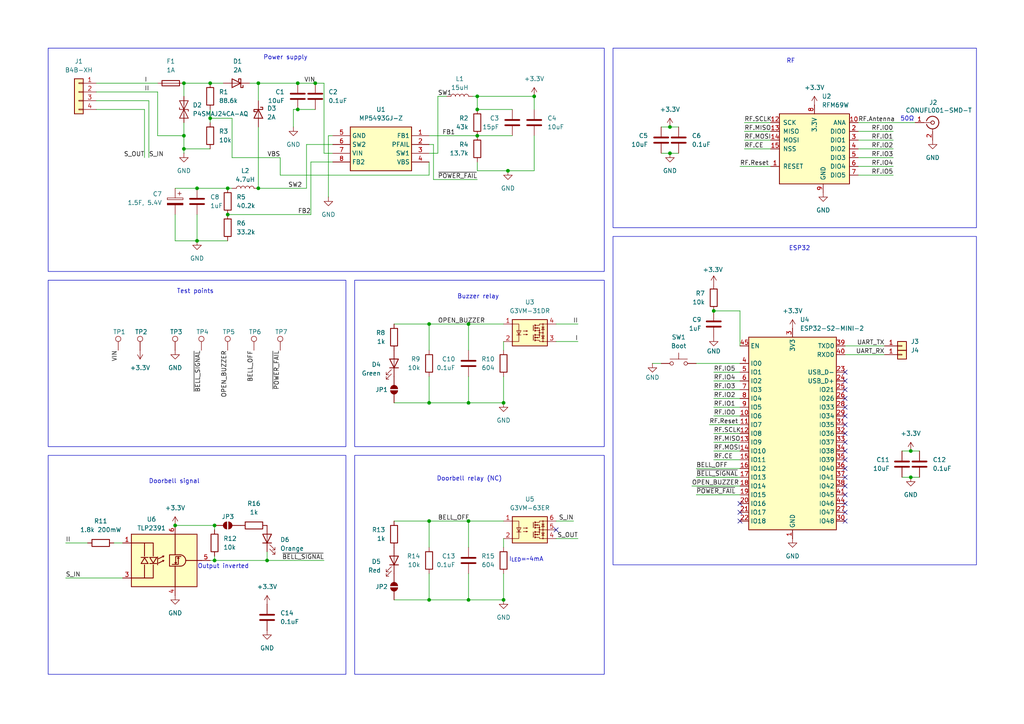
<source format=kicad_sch>
(kicad_sch (version 20250114) (generator "eeschema") (generator_version "9.0")
  (paper "A4")
  (title_block (title "Smart STR HT2001 doorbell for integration with Homeassistant") (date "2025-11-17") (rev "${Revision}") (comment 2 "and to activate the door buzzer via Homeassistant or a 433MHz custom remote") (comment 3 "Features the option to mute the bell, notify upon a ring"))
  (rectangle (start 102.87 81.28) (end 175.26 129.54))
  (rectangle (start 177.8 68.58) (end 283.21 163.83))
  (rectangle (start 177.8 13.97) (end 283.21 66.04))
  (rectangle (start 13.97 132.08) (end 100.33 195.58))
  (rectangle (start 13.97 81.28) (end 100.33 129.54))
  (rectangle (start 102.87 132.08) (end 175.26 195.58))
  (rectangle (start 13.97 13.97) (end 175.26 78.74))
  (text "Test points" (at 56.642 84.582 0) (effects (font (size 1.27 1.27))))
  (text "ESP32" (at 231.902 72.136 0) (effects (font (size 1.27 1.27))))
  (text "Doorbell signal" (at 50.546 139.7 0) (effects (font (size 1.27 1.27))))
  (text "I_{LED}=~4mA" (at 152.654 162.306 0) (effects (font (size 1.27 1.27))))
  (text "Buzzer relay" (at 138.684 86.106 0) (effects (font (size 1.27 1.27))))
  (text "Doorbell relay (NC)" (at 136.144 138.938 0) (effects (font (size 1.27 1.27))))
  (text "Output inverted" (at 64.77 164.338 0) (effects (font (size 1.27 1.27))))
  (text "Power supply" (at 82.804 16.764 0) (effects (font (size 1.27 1.27))))
  (text "RF" (at 229.362 17.78 0) (effects (font (size 1.27 1.27))))
  (text "50Ω" (at 263.144 34.544 0) (effects (font (size 1.27 1.27))))
  (junction (at 135.89 173.99))
  (junction (at 138.43 31.75))
  (junction (at 207.01 90.17))
  (junction (at 124.46 93.98))
  (junction (at 135.89 93.98))
  (junction (at 124.46 151.13))
  (junction (at 124.46 116.84))
  (junction (at 124.46 173.99))
  (junction (at 66.04 62.23))
  (junction (at 86.36 24.13))
  (junction (at 74.93 54.61))
  (junction (at 147.32 49.53))
  (junction (at 77.47 162.56))
  (junction (at 135.89 116.84))
  (junction (at 53.34 43.18))
  (junction (at 53.34 39.37))
  (junction (at 194.31 44.45))
  (junction (at 60.96 34.29))
  (junction (at 91.44 24.13))
  (junction (at 86.36 31.75))
  (junction (at 264.16 138.43))
  (junction (at 74.93 24.13))
  (junction (at 264.16 130.81))
  (junction (at 62.23 152.4))
  (junction (at 138.43 27.94))
  (junction (at 57.15 54.61))
  (junction (at 62.23 162.56))
  (junction (at 50.8 152.4))
  (junction (at 194.31 36.83))
  (junction (at 138.43 39.37))
  (junction (at 146.05 173.99))
  (junction (at 154.94 27.94))
  (junction (at 60.96 24.13))
  (junction (at 66.04 54.61))
  (junction (at 57.15 69.85))
  (junction (at 135.89 151.13))
  (junction (at 146.05 116.84))
  (junction (at 53.34 24.13))
  (no_connect (at 245.11 143.51))
  (no_connect (at 245.11 113.03))
  (no_connect (at 245.11 128.27))
  (no_connect (at 245.11 138.43))
  (no_connect (at 214.63 148.59))
  (no_connect (at 245.11 133.35))
  (no_connect (at 245.11 140.97))
  (no_connect (at 245.11 151.13))
  (no_connect (at 245.11 110.49))
  (no_connect (at 161.29 153.67))
  (no_connect (at 245.11 125.73))
  (no_connect (at 245.11 118.11))
  (no_connect (at 245.11 130.81))
  (no_connect (at 214.63 146.05))
  (no_connect (at 245.11 115.57))
  (no_connect (at 245.11 135.89))
  (no_connect (at 245.11 123.19))
  (no_connect (at 245.11 148.59))
  (no_connect (at 245.11 120.65))
  (no_connect (at 245.11 146.05))
  (no_connect (at 214.63 151.13))
  (no_connect (at 245.11 107.95))
  (wire (pts (xy 138.43 39.37) (xy 148.59 39.37)))
  (wire (pts (xy 60.96 31.75) (xy 60.96 34.29)))
  (wire (pts (xy 245.11 102.87) (xy 256.54 102.87)))
  (wire (pts (xy 62.23 152.4) (xy 50.8 152.4)))
  (wire (pts (xy 53.34 24.13) (xy 60.96 24.13)))
  (wire (pts (xy 194.31 44.45) (xy 196.85 44.45)))
  (wire (pts (xy 154.94 49.53) (xy 147.32 49.53)))
  (wire (pts (xy 264.16 138.43) (xy 266.7 138.43)))
  (wire (pts (xy 207.01 130.81) (xy 214.63 130.81)))
  (wire (pts (xy 114.3 116.84) (xy 124.46 116.84)))
  (wire (pts (xy 191.77 36.83) (xy 194.31 36.83)))
  (wire (pts (xy 215.9 40.64) (xy 223.52 40.64)))
  (wire (pts (xy 135.89 158.75) (xy 135.89 151.13)))
  (wire (pts (xy 33.02 157.48) (xy 35.56 157.48)))
  (wire (pts (xy 19.05 157.48) (xy 25.4 157.48)))
  (wire (pts (xy 248.92 48.26) (xy 259.08 48.26)))
  (wire (pts (xy 74.93 36.83) (xy 74.93 54.61)))
  (wire (pts (xy 207.01 125.73) (xy 214.63 125.73)))
  (wire (pts (xy 264.16 138.43) (xy 261.62 138.43)))
  (wire (pts (xy 124.46 116.84) (xy 135.89 116.84)))
  (wire (pts (xy 50.8 69.85) (xy 57.15 69.85)))
  (wire (pts (xy 135.89 93.98) (xy 146.05 93.98)))
  (wire (pts (xy 207.01 115.57) (xy 214.63 115.57)))
  (wire (pts (xy 81.28 45.72) (xy 81.28 50.8)))
  (wire (pts (xy 146.05 99.06) (xy 146.05 101.6)))
  (wire (pts (xy 50.8 62.23) (xy 50.8 69.85)))
  (wire (pts (xy 124.46 166.37) (xy 124.46 173.99)))
  (wire (pts (xy 53.34 39.37) (xy 53.34 43.18)))
  (wire (pts (xy 50.8 54.61) (xy 57.15 54.61)))
  (wire (pts (xy 201.93 105.41) (xy 214.63 105.41)))
  (wire (pts (xy 215.9 43.18) (xy 223.52 43.18)))
  (wire (pts (xy 125.73 41.91) (xy 125.73 52.07)))
  (wire (pts (xy 86.36 24.13) (xy 91.44 24.13)))
  (wire (pts (xy 124.46 44.45) (xy 127 44.45)))
  (wire (pts (xy 248.92 35.56) (xy 265.43 35.56)))
  (wire (pts (xy 74.93 24.13) (xy 74.93 29.21)))
  (wire (pts (xy 124.46 93.98) (xy 124.46 101.6)))
  (wire (pts (xy 53.34 43.18) (xy 60.96 43.18)))
  (wire (pts (xy 62.23 162.56) (xy 77.47 162.56)))
  (wire (pts (xy 96.52 39.37) (xy 95.25 39.37)))
  (wire (pts (xy 74.93 24.13) (xy 86.36 24.13)))
  (wire (pts (xy 201.93 143.51) (xy 214.63 143.51)))
  (wire (pts (xy 43.18 29.21) (xy 43.18 45.72)))
  (wire (pts (xy 194.31 36.83) (xy 196.85 36.83)))
  (wire (pts (xy 27.94 24.13) (xy 45.72 24.13)))
  (wire (pts (xy 45.72 39.37) (xy 53.34 39.37)))
  (wire (pts (xy 138.43 27.94) (xy 138.43 31.75)))
  (wire (pts (xy 166.37 151.13) (xy 161.29 151.13)))
  (wire (pts (xy 189.23 105.41) (xy 191.77 105.41)))
  (wire (pts (xy 207.01 118.11) (xy 214.63 118.11)))
  (wire (pts (xy 154.94 27.94) (xy 138.43 27.94)))
  (wire (pts (xy 124.46 93.98) (xy 135.89 93.98)))
  (wire (pts (xy 191.77 44.45) (xy 194.31 44.45)))
  (wire (pts (xy 74.93 54.61) (xy 88.9 54.61)))
  (wire (pts (xy 135.89 109.22) (xy 135.89 116.84)))
  (wire (pts (xy 135.89 116.84) (xy 146.05 116.84)))
  (wire (pts (xy 86.36 31.75) (xy 91.44 31.75)))
  (wire (pts (xy 138.43 31.75) (xy 148.59 31.75)))
  (wire (pts (xy 88.9 41.91) (xy 96.52 41.91)))
  (wire (pts (xy 114.3 173.99) (xy 124.46 173.99)))
  (wire (pts (xy 60.96 24.13) (xy 64.77 24.13)))
  (wire (pts (xy 53.34 43.18) (xy 53.34 44.45)))
  (wire (pts (xy 114.3 93.98) (xy 124.46 93.98)))
  (wire (pts (xy 207.01 107.95) (xy 214.63 107.95)))
  (wire (pts (xy 60.96 34.29) (xy 67.31 34.29)))
  (wire (pts (xy 45.72 26.67) (xy 45.72 39.37)))
  (wire (pts (xy 57.15 69.85) (xy 66.04 69.85)))
  (wire (pts (xy 161.29 93.98) (xy 167.64 93.98)))
  (wire (pts (xy 57.15 62.23) (xy 57.15 69.85)))
  (wire (pts (xy 214.63 48.26) (xy 223.52 48.26)))
  (wire (pts (xy 135.89 173.99) (xy 146.05 173.99)))
  (wire (pts (xy 248.92 50.8) (xy 259.08 50.8)))
  (wire (pts (xy 146.05 116.84) (xy 146.05 109.22)))
  (wire (pts (xy 124.46 50.8) (xy 124.46 46.99)))
  (wire (pts (xy 137.16 27.94) (xy 138.43 27.94)))
  (wire (pts (xy 264.16 130.81) (xy 266.7 130.81)))
  (wire (pts (xy 215.9 38.1) (xy 223.52 38.1)))
  (wire (pts (xy 154.94 39.37) (xy 154.94 49.53)))
  (wire (pts (xy 127 27.94) (xy 127 44.45)))
  (wire (pts (xy 93.98 24.13) (xy 91.44 24.13)))
  (wire (pts (xy 67.31 34.29) (xy 67.31 45.72)))
  (wire (pts (xy 214.63 90.17) (xy 214.63 100.33)))
  (wire (pts (xy 201.93 135.89) (xy 214.63 135.89)))
  (wire (pts (xy 207.01 120.65) (xy 214.63 120.65)))
  (wire (pts (xy 138.43 49.53) (xy 147.32 49.53)))
  (wire (pts (xy 96.52 44.45) (xy 93.98 44.45)))
  (wire (pts (xy 41.91 31.75) (xy 41.91 45.72)))
  (wire (pts (xy 62.23 161.29) (xy 62.23 162.56)))
  (wire (pts (xy 95.25 39.37) (xy 95.25 57.15)))
  (wire (pts (xy 53.34 27.94) (xy 53.34 24.13)))
  (wire (pts (xy 207.01 133.35) (xy 214.63 133.35)))
  (wire (pts (xy 77.47 162.56) (xy 93.98 162.56)))
  (wire (pts (xy 124.46 173.99) (xy 135.89 173.99)))
  (wire (pts (xy 154.94 31.75) (xy 154.94 27.94)))
  (wire (pts (xy 167.64 156.21) (xy 161.29 156.21)))
  (wire (pts (xy 124.46 41.91) (xy 125.73 41.91)))
  (wire (pts (xy 124.46 151.13) (xy 135.89 151.13)))
  (wire (pts (xy 124.46 109.22) (xy 124.46 116.84)))
  (wire (pts (xy 161.29 99.06) (xy 167.64 99.06)))
  (wire (pts (xy 72.39 24.13) (xy 74.93 24.13)))
  (wire (pts (xy 66.04 62.23) (xy 90.17 62.23)))
  (wire (pts (xy 57.15 54.61) (xy 66.04 54.61)))
  (wire (pts (xy 146.05 173.99) (xy 146.05 166.37)))
  (wire (pts (xy 264.16 130.81) (xy 261.62 130.81)))
  (wire (pts (xy 207.01 128.27) (xy 214.63 128.27)))
  (wire (pts (xy 124.46 39.37) (xy 138.43 39.37)))
  (wire (pts (xy 248.92 38.1) (xy 259.08 38.1)))
  (wire (pts (xy 207.01 113.03) (xy 214.63 113.03)))
  (wire (pts (xy 248.92 43.18) (xy 259.08 43.18)))
  (wire (pts (xy 207.01 110.49) (xy 214.63 110.49)))
  (wire (pts (xy 60.96 34.29) (xy 60.96 35.56)))
  (wire (pts (xy 66.04 54.61) (xy 67.31 54.61)))
  (wire (pts (xy 200.66 140.97) (xy 214.63 140.97)))
  (wire (pts (xy 248.92 45.72) (xy 259.08 45.72)))
  (wire (pts (xy 67.31 45.72) (xy 81.28 45.72)))
  (wire (pts (xy 53.34 35.56) (xy 53.34 39.37)))
  (wire (pts (xy 77.47 160.02) (xy 77.47 162.56)))
  (wire (pts (xy 27.94 26.67) (xy 45.72 26.67)))
  (wire (pts (xy 85.09 31.75) (xy 86.36 31.75)))
  (wire (pts (xy 245.11 100.33) (xy 256.54 100.33)))
  (wire (pts (xy 215.9 35.56) (xy 223.52 35.56)))
  (wire (pts (xy 114.3 151.13) (xy 124.46 151.13)))
  (wire (pts (xy 88.9 54.61) (xy 88.9 41.91)))
  (wire (pts (xy 135.89 166.37) (xy 135.89 173.99)))
  (wire (pts (xy 124.46 151.13) (xy 124.46 158.75)))
  (wire (pts (xy 138.43 46.99) (xy 138.43 49.53)))
  (wire (pts (xy 93.98 44.45) (xy 93.98 24.13)))
  (wire (pts (xy 146.05 156.21) (xy 146.05 158.75)))
  (wire (pts (xy 60.96 162.56) (xy 62.23 162.56)))
  (wire (pts (xy 201.93 138.43) (xy 214.63 138.43)))
  (wire (pts (xy 135.89 151.13) (xy 146.05 151.13)))
  (wire (pts (xy 81.28 50.8) (xy 124.46 50.8)))
  (wire (pts (xy 62.23 153.67) (xy 62.23 152.4)))
  (wire (pts (xy 127 27.94) (xy 129.54 27.94)))
  (wire (pts (xy 135.89 101.6) (xy 135.89 93.98)))
  (wire (pts (xy 205.74 123.19) (xy 214.63 123.19)))
  (wire (pts (xy 27.94 31.75) (xy 41.91 31.75)))
  (wire (pts (xy 85.09 36.83) (xy 85.09 31.75)))
  (wire (pts (xy 125.73 52.07) (xy 138.43 52.07)))
  (wire (pts (xy 43.18 29.21) (xy 27.94 29.21)))
  (wire (pts (xy 248.92 40.64) (xy 259.08 40.64)))
  (wire (pts (xy 90.17 46.99) (xy 90.17 62.23)))
  (wire (pts (xy 207.01 90.17) (xy 214.63 90.17)))
  (wire (pts (xy 19.05 167.64) (xy 35.56 167.64)))
  (wire (pts (xy 90.17 46.99) (xy 96.52 46.99)))
  (label "RF.IO4" (at 259.08 48.26 180))
  (label "SW1" (at 127 27.94 0))
  (label "RF.IO0" (at 259.08 38.1 180))
  (label "I" (at 41.91 24.13 0))
  (label "S_IN" (at 43.18 45.72 0))
  (label "SW2" (at 87.63 54.61 180))
  (label "~{POWER_FAIL}" (at 201.93 143.51 0))
  (label "RF.IO5" (at 207.01 107.95 0))
  (label "OPEN_BUZZER" (at 127 93.98 0))
  (label "S_OUT" (at 41.91 45.72 180))
  (label "I" (at 167.64 99.06 180))
  (label "RF.IO4" (at 207.01 110.49 0))
  (label "~{POWER_FAIL}" (at 81.28 101.6 270))
  (label "VBS" (at 81.28 45.72 180))
  (label "BELL_OFF" (at 73.66 101.6 270))
  (label "II" (at 19.05 157.48 0))
  (label "S_IN" (at 166.37 151.13 180))
  (label "S_OUT" (at 167.64 156.21 180))
  (label "OPEN_BUZZER" (at 200.66 140.97 0))
  (label "VIN" (at 34.29 101.6 270))
  (label "RF.Antenna" (at 248.92 35.56 0))
  (label "~{BELL_SIGNAL}" (at 93.98 162.56 180))
  (label "BELL_OFF" (at 127 151.13 0))
  (label "II" (at 41.91 26.67 0))
  (label "RF.IO2" (at 207.01 115.57 0))
  (label "II" (at 167.64 93.98 180))
  (label "~{BELL_SIGNAL}" (at 58.42 101.6 270))
  (label "~{POWER_FAIL}" (at 138.43 52.07 180))
  (label "OPEN_BUZZER" (at 66.04 101.6 270))
  (label "RF.MOSI" (at 207.01 130.81 0))
  (label "BELL_OFF" (at 201.93 135.89 0))
  (label "RF.IO5" (at 259.08 50.8 180))
  (label "RF.MISO" (at 215.9 38.1 0))
  (label "RF.IO2" (at 259.08 43.18 180))
  (label "S_IN" (at 19.05 167.64 0))
  (label "RF.IO1" (at 259.08 40.64 180))
  (label "RF.CE" (at 215.9 43.18 0))
  (label "VIN" (at 91.44 24.13 180))
  (label "RF.IO3" (at 259.08 45.72 180))
  (label "FB2" (at 90.17 62.23 180))
  (label "RF.SCLK" (at 215.9 35.56 0))
  (label "RF.MISO" (at 207.01 128.27 0))
  (label "RF.CE" (at 207.01 133.35 0))
  (label "RF.Reset" (at 214.63 48.26 0))
  (label "UART_TX" (at 256.54 100.33 180))
  (label "RF.Reset" (at 205.74 123.19 0))
  (label "RF.IO1" (at 207.01 118.11 0))
  (label "RF.MOSI" (at 215.9 40.64 0))
  (label "~{BELL_SIGNAL}" (at 201.93 138.43 0))
  (label "RF.IO3" (at 207.01 113.03 0))
  (label "RF.SCLK" (at 207.01 125.73 0))
  (label "RF.IO0" (at 207.01 120.65 0))
  (label "UART_RX" (at 256.54 102.87 180))
  (label "FB1" (at 128.27 39.37 0))
  (symbol (lib_id "Device:R") (at 66.04 66.04 0) (unit 1)
    (property "Reference" "R6" (at 68.58 64.7699 0) (effects (justify left)))
    (property "Value" "33.2k" (at 68.58 67.3099 0) (effects (justify left)))
    (property "Footprint" "Resistor_SMD:R_0603_1608Metric" (effects (hide yes)))
    (property "Description" "Resistor" (effects (hide yes)))
  )
  (symbol (lib_id "Isolator:TLP2310") (at 48.26 162.56 0) (unit 1)
    (property "Reference" "U6" (at 43.942 150.622 0))
    (property "Value" "TLP2391" (at 43.942 153.162 0))
    (property "Footprint" "lib:OPTO_TLP2367_TPR_E" (effects (hide yes)))
    (property "Datasheet" "https://toshiba.semicon-storage.com/info/datasheet_en_20200508.pdf?did=14484" (effects (hide yes)))
    (property "Description" "5-Mbps low-power non inverting photocouple, 3.75 kVrms, 2.7 - 5.5 Vdd, push-pull output" (effects (hide yes)))
    (property "MPN" "TLP2391" (effects (hide yes)))
  )
  (symbol (lib_id "RF_Module:RFM69W") (at 236.22 43.18 0) (unit 1)
    (property "Reference" "U2" (at 238.3633 27.94 0) (effects (justify left)))
    (property "Value" "RFM69W" (at 238.3633 30.48 0) (effects (justify left)))
    (property "Footprint" "RF_Module:HOPERF_RFM69HW" (effects (hide yes)))
    (property "Datasheet" "https://www.hoperf.com/data/upload/portal/20181127/5bfcbe34756e1.pdf" (effects (hide yes)))
    (property "Description" "ISM Radio Transceiver Module, SPI interface" (effects (hide yes)))
  )
  (symbol (lib_id "Device:C_Polarized") (at 50.8 58.42 0) (mirror y) (unit 1)
    (property "Reference" "C7" (at 46.99 56.2609 0) (effects (justify left)))
    (property "Value" "1.5F, 5.4V" (at 46.99 58.8009 0) (effects (justify left)))
    (property "Footprint" "lib:PHV5R4V155R" (effects (hide yes)))
    (property "Datasheet" "https://www.eaton.com/content/dam/eaton/products/electronic-components/resources/data-sheet/eaton-phv-supercapacitors-cylindrical-pack-data-sheet.pdf" (effects (hide yes)))
    (property "Description" "Polarized capacitor" (effects (hide yes)))
    (property "MPN" "PHV-5R4V155-R" (effects (hide yes)))
  )
  (symbol (lib_id "Connector:TestPoint") (at 66.04 101.6 0) (unit 1) (in_bom no)
    (property "Reference" "TP5" (at 64.516 96.266 0) (effects (justify left)))
    (property "Value" "TestPoint" (effects (hide yes)))
    (property "Footprint" "TestPoint:TestPoint_Pad_D1.5mm" (effects (hide yes)))
    (property "Description" "test point" (effects (hide yes)))
  )
  (symbol (lib_id "Connector:TestPoint") (at 58.42 101.6 0) (unit 1) (in_bom no)
    (property "Reference" "TP4" (at 56.896 96.266 0) (effects (justify left)))
    (property "Value" "TestPoint" (effects (hide yes)))
    (property "Footprint" "TestPoint:TestPoint_Pad_D1.5mm" (effects (hide yes)))
    (property "Description" "test point" (effects (hide yes)))
  )
  (symbol (lib_id "Device:R") (at 146.05 105.41 0) (mirror y) (unit 1)
    (property "Reference" "R10" (at 143.51 104.1399 0) (effects (justify left)))
    (property "Value" "604" (at 143.51 106.6799 0) (effects (justify left)))
    (property "Footprint" "Resistor_SMD:R_0402_1005Metric_Pad0.72x0.64mm_HandSolder" (effects (hide yes)))
    (property "Description" "Resistor" (effects (hide yes)))
  )
  (symbol (lib_id "power:GND") (at 238.76 55.88 0) (unit 1)
    (property "Reference" "#PWR09" (effects (hide yes)))
    (property "Value" "GND" (at 238.76 60.96 0))
    (property "Description" "Power symbol creates a global label with name \"GND\" , ground" (effects (hide yes)))
  )
  (symbol (lib_id "power:+3.3V") (at 154.94 27.94 0) (unit 1)
    (property "Reference" "#PWR02" (effects (hide yes)))
    (property "Value" "+3.3V" (at 154.94 22.86 0))
    (property "Description" "Power symbol creates a global label with name \"+3.3V\"" (effects (hide yes)))
  )
  (symbol (lib_id "power:GND") (at 77.47 182.88 0) (unit 1)
    (property "Reference" "#PWR027" (effects (hide yes)))
    (property "Value" "GND" (at 77.47 187.96 0))
    (property "Description" "Power symbol creates a global label with name \"GND\" , ground" (effects (hide yes)))
  )
  (symbol (lib_id "Device:D_Schottky") (at 68.58 24.13 180) (unit 1)
    (property "Reference" "D1" (at 68.8975 17.78 0))
    (property "Value" "2A" (at 68.8975 20.32 0))
    (property "Footprint" "Diode_SMD:D_SMA" (effects (hide yes)))
    (property "Datasheet" "https://www.st.com/resource/en/datasheet/stps2l60.pdf" (effects (hide yes)))
    (property "Description" "60 V, 2 A low drop Schottky rectifier" (effects (hide yes)))
    (property "MPN" "STPS2L60A" (effects (hide yes)))
  )
  (symbol (lib_id "Device:C") (at 57.15 58.42 0) (unit 1)
    (property "Reference" "C8" (at 60.96 57.1499 0) (effects (justify left)))
    (property "Value" "1uF" (at 60.96 59.6899 0) (effects (justify left)))
    (property "Footprint" "Capacitor_SMD:C_0603_1608Metric" (effects (hide yes)))
    (property "Description" "Unpolarized capacitor" (effects (hide yes)))
  )
  (symbol (lib_id "power:GND") (at 146.05 116.84 0) (unit 1)
    (property "Reference" "#PWR018" (effects (hide yes)))
    (property "Value" "GND" (at 146.05 121.92 0))
    (property "Description" "Power symbol creates a global label with name \"GND\" , ground" (effects (hide yes)))
  )
  (symbol (lib_id "Device:C") (at 148.59 35.56 0) (mirror y) (unit 1)
    (property "Reference" "C3" (at 144.78 34.2899 0) (effects (justify left)))
    (property "Value" "15pF" (at 144.78 36.8299 0) (effects (justify left)))
    (property "Footprint" "Resistor_SMD:R_0402_1005Metric" (effects (hide yes)))
    (property "Description" "Unpolarized capacitor" (effects (hide yes)))
  )
  (symbol (lib_id "Connector_Generic:Conn_01x01") (at 261.62 100.33 0) (unit 1)
    (property "Reference" "J3" (at 264.16 99.0599 0) (effects (justify left)))
    (property "Value" "Conn_01x01" (effects (hide yes)))
    (property "Footprint" "TestPoint:TestPoint_Keystone_5000-5004_Miniature" (effects (hide yes)))
    (property "Description" "Generic connector, single row, 01x01, script generated (kicad-library-utils/schlib/autogen/connector/)" (effects (hide yes)))
  )
  (symbol (lib_id "Switch:SW_Push") (at 196.85 105.41 0) (unit 1)
    (property "Reference" "SW1" (at 196.85 97.79 0))
    (property "Value" "Boot" (at 196.85 100.33 0))
    (property "Footprint" "Button_Switch_SMD:SW_SPST_PTS647_Sx50" (effects (hide yes)))
    (property "Description" "Push button switch, generic, two pins" (effects (hide yes)))
    (property "MPN" "TS110926045" (effects (hide yes)))
  )
  (symbol (lib_id "Device:C") (at 266.7 134.62 0) (unit 1)
    (property "Reference" "C12" (at 270.51 133.3499 0) (effects (justify left)))
    (property "Value" "0.1uF" (at 270.51 135.8899 0) (effects (justify left)))
    (property "Footprint" "Capacitor_SMD:C_0402_1005Metric" (effects (hide yes)))
    (property "Description" "Unpolarized capacitor" (effects (hide yes)))
  )
  (symbol (lib_id "Device:R") (at 73.66 152.4 270) (unit 1)
    (property "Reference" "R16" (at 73.66 146.05 90))
    (property "Value" "1k" (at 73.66 148.59 90))
    (property "Footprint" "Resistor_SMD:R_0603_1608Metric" (effects (hide yes)))
    (property "Description" "Resistor" (effects (hide yes)))
  )
  (symbol (lib_id "Connector_Generic:Conn_01x04") (at 22.86 26.67 0) (mirror y) (unit 1)
    (property "Reference" "J1" (at 22.86 17.78 0))
    (property "Value" "B4B-XH" (at 22.86 20.32 0))
    (property "Footprint" "Connector_JST:JST_XH_B4B-XH-A_1x04_P2.50mm_Vertical" (effects (hide yes)))
    (property "Description" "Generic connector, single row, 01x04, script generated (kicad-library-utils/schlib/autogen/connector/)" (effects (hide yes)))
  )
  (symbol (lib_id "RF_Module:ESP32-S3-MINI-1") (at 229.87 125.73 0) (unit 1)
    (property "Reference" "U4" (at 232.0133 92.71 0) (effects (justify left)))
    (property "Value" "ESP32-S2-MINI-2" (at 232.0133 95.25 0) (effects (justify left)))
    (property "Footprint" "RF_Module:ESP32-S2-MINI-1" (effects (hide yes)))
    (property "Datasheet" "https://www.espressif.com/sites/default/files/documentation/esp32-s2-mini-2_esp32-s2-mini-2u_datasheet_en.pdf" (effects (hide yes)))
    (property "Description" "RF Module, ESP32-S3 SoC, Wi-Fi 802.11b/g/n, Bluetooth, BLE, 32-bit, 3.3V, SMD, onboard antenna" (effects (hide yes)))
  )
  (symbol (lib_id "power:+3.3V") (at 50.8 152.4 0) (unit 1)
    (property "Reference" "#PWR021" (effects (hide yes)))
    (property "Value" "+3.3V" (at 50.8 147.32 0))
    (property "Description" "Power symbol creates a global label with name \"+3.3V\"" (effects (hide yes)))
  )
  (symbol (lib_id "power:GND") (at 147.32 49.53 0) (unit 1)
    (property "Reference" "#PWR08" (effects (hide yes)))
    (property "Value" "GND" (at 147.32 54.61 0))
    (property "Description" "Power symbol creates a global label with name \"GND\" , ground" (effects (hide yes)))
  )
  (symbol (lib_id "power:GND") (at 146.05 173.99 0) (unit 1)
    (property "Reference" "#PWR024" (effects (hide yes)))
    (property "Value" "GND" (at 146.05 179.07 0))
    (property "Description" "Power symbol creates a global label with name \"GND\" , ground" (effects (hide yes)))
  )
  (symbol (lib_id "power:GND") (at 207.01 97.79 0) (unit 1)
    (property "Reference" "#PWR014" (effects (hide yes)))
    (property "Value" "GND" (at 207.01 101.854 0))
    (property "Description" "Power symbol creates a global label with name \"GND\" , ground" (effects (hide yes)))
  )
  (symbol (lib_id "power:GND") (at 189.23 105.41 0) (unit 1)
    (property "Reference" "#PWR015" (effects (hide yes)))
    (property "Value" "GND" (at 189.23 109.474 0))
    (property "Description" "Power symbol creates a global label with name \"GND\" , ground" (effects (hide yes)))
  )
  (symbol (lib_id "power:GND") (at 53.34 44.45 0) (unit 1)
    (property "Reference" "#PWR06" (effects (hide yes)))
    (property "Value" "GND" (at 53.34 49.53 0))
    (property "Description" "Power symbol creates a global label with name \"GND\" , ground" (effects (hide yes)))
  )
  (symbol (lib_id "power:+3.3V") (at 194.31 36.83 0) (mirror y) (unit 1)
    (property "Reference" "#PWR05" (effects (hide yes)))
    (property "Value" "+3.3V" (at 194.31 31.75 0))
    (property "Description" "Power symbol creates a global label with name \"+3.3V\"" (effects (hide yes)))
  )
  (symbol (lib_id "Connector_Generic:Conn_01x01") (at 261.62 102.87 0) (unit 1)
    (property "Reference" "J4" (at 264.16 101.5999 0) (effects (justify left)))
    (property "Value" "Conn_01x01" (effects (hide yes)))
    (property "Footprint" "TestPoint:TestPoint_Keystone_5000-5004_Miniature" (effects (hide yes)))
    (property "Description" "Generic connector, single row, 01x01, script generated (kicad-library-utils/schlib/autogen/connector/)" (effects (hide yes)))
  )
  (symbol (lib_id "Device:R") (at 114.3 154.94 0) (mirror x) (unit 1)
    (property "Reference" "R13" (at 111.76 153.6699 0) (effects (justify right)))
    (property "Value" "1k" (at 111.76 156.2099 0) (effects (justify right)))
    (property "Footprint" "Resistor_SMD:R_0603_1608Metric" (effects (hide yes)))
    (property "Description" "Resistor" (effects (hide yes)))
  )
  (symbol (lib_id "power:GND") (at 264.16 138.43 0) (unit 1)
    (property "Reference" "#PWR020" (effects (hide yes)))
    (property "Value" "GND" (at 264.16 143.51 0))
    (property "Description" "Power symbol creates a global label with name \"GND\" , ground" (effects (hide yes)))
  )
  (symbol (lib_id "Device:C") (at 261.62 134.62 0) (mirror y) (unit 1)
    (property "Reference" "C11" (at 258.064 133.35 0) (effects (justify left)))
    (property "Value" "10uF" (at 258.064 135.89 0) (effects (justify left)))
    (property "Footprint" "Capacitor_SMD:C_0603_1608Metric" (effects (hide yes)))
    (property "Description" "Unpolarized capacitor" (effects (hide yes)))
  )
  (symbol (lib_id "Device:C") (at 86.36 27.94 0) (mirror y) (unit 1)
    (property "Reference" "C1" (at 82.55 26.6699 0) (effects (justify left)))
    (property "Value" "10uF" (at 82.55 29.2099 0) (effects (justify left)))
    (property "Footprint" "Capacitor_SMD:C_0805_2012Metric" (effects (hide yes)))
    (property "Description" "Unpolarized capacitor" (effects (hide yes)))
  )
  (symbol (lib_id "power:GND") (at 270.51 40.64 0) (unit 1)
    (property "Reference" "#PWR04" (effects (hide yes)))
    (property "Value" "GND" (at 270.51 45.72 0))
    (property "Description" "Power symbol creates a global label with name \"GND\" , ground" (effects (hide yes)))
  )
  (symbol (lib_id "Device:L") (at 71.12 54.61 90) (unit 1)
    (property "Reference" "L2" (at 71.12 49.53 90))
    (property "Value" "4.7uH" (at 71.12 52.07 90))
    (property "Footprint" "Inductor_SMD:L_Coilcraft_XAL6060-XXX" (effects (hide yes)))
    (property "Description" "Inductor" (effects (hide yes)))
    (property "MPN" "XAL6060-472MEC" (effects (hide yes)))
  )
  (symbol (lib_id "Jumper:SolderJumper_2_Open") (at 114.3 170.18 270) (mirror x) (unit 1) (in_bom no)
    (property "Reference" "JP2" (at 112.522 170.18 90) (effects (justify right)))
    (property "Value" "SolderJumper_2_Open" (effects (hide yes)))
    (property "Footprint" "Jumper:SolderJumper-2_P1.3mm_Open_RoundedPad1.0x1.5mm" (effects (hide yes)))
    (property "Description" "Solder Jumper, 2-pole, open" (effects (hide yes)))
  )
  (symbol (lib_id "Device:C") (at 77.47 179.07 0) (unit 1)
    (property "Reference" "C14" (at 81.28 177.7999 0) (effects (justify left)))
    (property "Value" "0.1uF" (at 81.28 180.3399 0) (effects (justify left)))
    (property "Footprint" "Capacitor_SMD:C_0402_1005Metric" (effects (hide yes)))
    (property "Description" "Unpolarized capacitor" (effects (hide yes)))
  )
  (symbol (lib_id "Device:R") (at 114.3 97.79 0) (mirror x) (unit 1)
    (property "Reference" "R8" (at 111.76 96.5199 0) (effects (justify right)))
    (property "Value" "1k" (at 111.76 99.0599 0) (effects (justify right)))
    (property "Footprint" "Resistor_SMD:R_0603_1608Metric" (effects (hide yes)))
    (property "Description" "Resistor" (effects (hide yes)))
  )
  (symbol (lib_id "power:+3.3V") (at 264.16 130.81 0) (unit 1)
    (property "Reference" "#PWR019" (effects (hide yes)))
    (property "Value" "+3.3V" (at 264.16 125.73 0))
    (property "Description" "Power symbol creates a global label with name \"+3.3V\"" (effects (hide yes)))
  )
  (symbol (lib_id "power:+3.3V") (at 236.22 30.48 0) (unit 1)
    (property "Reference" "#PWR01" (effects (hide yes)))
    (property "Value" "+3.3V" (at 236.22 25.4 0))
    (property "Description" "Power symbol creates a global label with name \"+3.3V\"" (effects (hide yes)))
  )
  (symbol (lib_id "Device:Fuse") (at 49.53 24.13 90) (unit 1)
    (property "Reference" "F1" (at 49.53 17.78 90))
    (property "Value" "1A" (at 49.53 20.32 90))
    (property "Footprint" "Fuse:Fuse_0603_1608Metric" (effects (hide yes)))
    (property "Datasheet" "https://www.schurter.com/en/datasheet/typ_USF_0603.pdf" (effects (hide yes)))
    (property "Description" "Fuse" (effects (hide yes)))
    (property "MPN" "3412.0115.11" (effects (hide yes)))
  )
  (symbol (lib_id "Device:C") (at 154.94 35.56 0) (unit 1)
    (property "Reference" "C4" (at 158.75 34.2899 0) (effects (justify left)))
    (property "Value" "10uF" (at 158.75 36.8299 0) (effects (justify left)))
    (property "Footprint" "Capacitor_SMD:C_0603_1608Metric" (effects (hide yes)))
    (property "Description" "Unpolarized capacitor" (effects (hide yes)))
  )
  (symbol (lib_id "Device:LED") (at 77.47 156.21 90) (unit 1)
    (property "Reference" "D6" (at 81.28 156.5274 90) (effects (justify right)))
    (property "Value" "Orange" (at 81.28 159.0674 90) (effects (justify right)))
    (property "Footprint" "LED_SMD:LED_0603_1608Metric" (effects (hide yes)))
    (property "Description" "Light emitting diode" (effects (hide yes)))
    (property "Sim.Pins" "1=K 2=A" (effects (hide yes)))
  )
  (symbol (lib_id "Device:LED") (at 114.3 105.41 270) (mirror x) (unit 1)
    (property "Reference" "D4" (at 110.49 105.7274 90) (effects (justify right)))
    (property "Value" "Green" (at 110.49 108.2674 90) (effects (justify right)))
    (property "Footprint" "LED_SMD:LED_0603_1608Metric" (effects (hide yes)))
    (property "Description" "Light emitting diode" (effects (hide yes)))
    (property "Sim.Pins" "1=K 2=A" (effects (hide yes)))
  )
  (symbol (lib_id "Device:C") (at 135.89 105.41 0) (mirror y) (unit 1)
    (property "Reference" "C10" (at 132.08 104.1399 0) (effects (justify left)))
    (property "Value" "0.1uF" (at 132.08 106.6799 0) (effects (justify left)))
    (property "Footprint" "Capacitor_SMD:C_0402_1005Metric" (effects (hide yes)))
    (property "Description" "Unpolarized capacitor" (effects (hide yes)))
  )
  (symbol (lib_id "MP5493GJ-Z:MP5493GJ-Z") (at 124.46 39.37 0) (mirror y) (unit 1)
    (property "Reference" "U1" (at 110.49 31.75 0))
    (property "Value" "MP5493GJ-Z" (at 110.49 34.29 0))
    (property "Footprint" "lib:SOT65P280X100-8N" (effects (hide yes)))
    (property "Datasheet" "https://www.monolithicpower.com/en/documentview/productdocument/index/version/2/document_type/Datasheet/lang/en/sku/MP5493GJ/document_id/10854/" (effects (hide yes)))
    (property "Description" "Switching Voltage Regulators 36V, 0.6A, 550KHz, Synchronous, Buck. Supercap Charger and Boost for PLC Mode" (effects (hide yes)))
    (property "Height" "1" (effects (hide yes)))
    (property "Manufacturer_Name" "Monolithic Power Systems (MPS)" (effects (hide yes)))
    (property "Manufacturer_Part_Number" "MP5493GJ-Z" (effects (hide yes)))
  )
  (symbol (lib_id "Jumper:SolderJumper_2_Open") (at 114.3 113.03 270) (mirror x) (unit 1) (in_bom no)
    (property "Reference" "JP1" (at 112.522 113.03 90) (effects (justify right)))
    (property "Value" "SolderJumper_2_Open" (effects (hide yes)))
    (property "Footprint" "Jumper:SolderJumper-2_P1.3mm_Open_RoundedPad1.0x1.5mm" (effects (hide yes)))
    (property "Description" "Solder Jumper, 2-pole, open" (effects (hide yes)))
  )
  (symbol (lib_id "power:GND") (at 50.8 172.72 0) (unit 1)
    (property "Reference" "#PWR023" (effects (hide yes)))
    (property "Value" "GND" (at 50.8 177.8 0))
    (property "Description" "Power symbol creates a global label with name \"GND\" , ground" (effects (hide yes)))
  )
  (symbol (lib_id "Device:C") (at 207.01 93.98 0) (mirror y) (unit 1)
    (property "Reference" "C9" (at 203.454 92.71 0) (effects (justify left)))
    (property "Value" "1uF" (at 203.454 95.25 0) (effects (justify left)))
    (property "Footprint" "Capacitor_SMD:C_0603_1608Metric" (effects (hide yes)))
    (property "Description" "Unpolarized capacitor" (effects (hide yes)))
  )
  (symbol (lib_id "Relay_SolidState:TLP3543") (at 153.67 153.67 0) (unit 1)
    (property "Reference" "U5" (at 153.67 144.78 0))
    (property "Value" "G3VM-63ER" (at 153.67 147.32 0))
    (property "Footprint" "lib:G3VM-21ER" (effects (hide yes)))
    (property "Datasheet" "https://components.omron.com/eu-en/datasheet_pdf/K336-E1.pdf" (effects (hide yes)))
    (property "Description" "60V, 1.2A, MOS FET Relays in DIP 6-pin Packages with SPST-NC Contacts That Achieve Low ON-Resistance and High Switching Capacity of a Mechanical Relay" (effects (hide yes)))
    (property "MPN" "G3VM-63ER" (effects (hide yes)))
  )
  (symbol (lib_id "power:GND") (at 57.15 69.85 0) (unit 1)
    (property "Reference" "#PWR011" (effects (hide yes)))
    (property "Value" "GND" (at 57.15 74.93 0))
    (property "Description" "Power symbol creates a global label with name \"GND\" , ground" (effects (hide yes)))
  )
  (symbol (lib_id "power:GND") (at 85.09 36.83 0) (unit 1)
    (property "Reference" "#PWR03" (effects (hide yes)))
    (property "Value" "GND" (at 85.09 41.91 0))
    (property "Description" "Power symbol creates a global label with name \"GND\" , ground" (effects (hide yes)))
  )
  (symbol (lib_id "power:+3.3V") (at 207.01 82.55 0) (unit 1)
    (property "Reference" "#PWR012" (effects (hide yes)))
    (property "Value" "+3.3V" (at 206.756 78.232 0))
    (property "Description" "Power symbol creates a global label with name \"+3.3V\"" (effects (hide yes)))
  )
  (symbol (lib_id "Connector:TestPoint") (at 50.8 101.6 0) (unit 1) (in_bom no)
    (property "Reference" "TP3" (at 49.276 96.266 0) (effects (justify left)))
    (property "Value" "TestPoint" (effects (hide yes)))
    (property "Footprint" "TestPoint:TestPoint_Keystone_5000-5004_Miniature" (effects (hide yes)))
    (property "Description" "test point" (effects (hide yes)))
  )
  (symbol (lib_id "power:+3.3V") (at 40.64 101.6 180) (unit 1)
    (property "Reference" "#PWR016" (effects (hide yes)))
    (property "Value" "+3.3V" (at 40.64 106.68 0))
    (property "Description" "Power symbol creates a global label with name \"+3.3V\"" (effects (hide yes)))
  )
  (symbol (lib_id "power:GND") (at 50.8 101.6 0) (unit 1)
    (property "Reference" "#PWR017" (effects (hide yes)))
    (property "Value" "GND" (at 50.8 106.68 0))
    (property "Description" "Power symbol creates a global label with name \"GND\" , ground" (effects (hide yes)))
  )
  (symbol (lib_id "power:GND") (at 229.87 156.21 0) (unit 1)
    (property "Reference" "#PWR022" (effects (hide yes)))
    (property "Value" "GND" (at 229.87 161.29 0))
    (property "Description" "Power symbol creates a global label with name \"GND\" , ground" (effects (hide yes)))
  )
  (symbol (lib_id "Device:C") (at 196.85 40.64 0) (unit 1)
    (property "Reference" "C6" (at 200.66 39.3699 0) (effects (justify left)))
    (property "Value" "0.1uF" (at 200.66 41.9099 0) (effects (justify left)))
    (property "Footprint" "Capacitor_SMD:C_0402_1005Metric" (effects (hide yes)))
    (property "Description" "Unpolarized capacitor" (effects (hide yes)))
  )
  (symbol (lib_id "Relay_SolidState:ASSR-1218") (at 153.67 96.52 0) (unit 1)
    (property "Reference" "U3" (at 153.67 87.63 0))
    (property "Value" "G3VM-31DR" (at 153.67 90.17 0))
    (property "Footprint" "lib:G3VM-21DR" (effects (hide yes)))
    (property "Datasheet" "https://omronfs.omron.com/en_US/ecb/products/pdf/en-sdbt-022c.pdf" (effects (hide yes)))
    (property "Description" "Form A, Solid State Relay (Photo MOSFET) 30V, 4A, 0.025Ohm, DIP-4" (effects (hide yes)))
  )
  (symbol (lib_id "Device:R") (at 124.46 105.41 0) (mirror y) (unit 1)
    (property "Reference" "R9" (at 121.92 104.1399 0) (effects (justify left)))
    (property "Value" "10k" (at 121.92 106.6799 0) (effects (justify left)))
    (property "Footprint" "Resistor_SMD:R_0603_1608Metric" (effects (hide yes)))
    (property "Description" "Resistor" (effects (hide yes)))
  )
  (symbol (lib_id "Device:R") (at 207.01 86.36 0) (mirror y) (unit 1)
    (property "Reference" "R7" (at 204.47 85.0899 0) (effects (justify left)))
    (property "Value" "10k" (at 204.47 87.6299 0) (effects (justify left)))
    (property "Footprint" "Resistor_SMD:R_0603_1608Metric" (effects (hide yes)))
    (property "Description" "Resistor" (effects (hide yes)))
  )
  (symbol (lib_id "Device:C") (at 135.89 162.56 0) (mirror y) (unit 1)
    (property "Reference" "C13" (at 132.08 161.2899 0) (effects (justify left)))
    (property "Value" "0.1uF" (at 132.08 163.8299 0) (effects (justify left)))
    (property "Footprint" "Capacitor_SMD:C_0402_1005Metric" (effects (hide yes)))
    (property "Description" "Unpolarized capacitor" (effects (hide yes)))
  )
  (symbol (lib_id "Device:D_Schottky") (at 74.93 33.02 270) (unit 1)
    (property "Reference" "D3" (at 77.47 31.4324 90) (effects (justify left)))
    (property "Value" "2A" (at 77.47 33.9724 90) (effects (justify left)))
    (property "Footprint" "Diode_SMD:D_SMA" (effects (hide yes)))
    (property "Datasheet" "https://www.st.com/resource/en/datasheet/stps2l60.pdf" (effects (hide yes)))
    (property "Description" "60 V, 2 A low drop Schottky rectifier" (effects (hide yes)))
    (property "MPN" "STPS2L60A" (effects (hide yes)))
  )
  (symbol (lib_id "Device:C") (at 91.44 27.94 0) (unit 1)
    (property "Reference" "C2" (at 95.25 26.6699 0) (effects (justify left)))
    (property "Value" "0.1uF" (at 95.25 29.2099 0) (effects (justify left)))
    (property "Footprint" "Capacitor_SMD:C_0402_1005Metric" (effects (hide yes)))
    (property "Description" "Unpolarized capacitor" (effects (hide yes)))
  )
  (symbol (lib_id "Device:R") (at 60.96 27.94 0) (unit 1)
    (property "Reference" "R1" (at 63.5 26.6699 0) (effects (justify left)))
    (property "Value" "88.6k" (at 63.5 29.2099 0) (effects (justify left)))
    (property "Footprint" "Resistor_SMD:R_0603_1608Metric" (effects (hide yes)))
    (property "Description" "Resistor" (effects (hide yes)))
  )
  (symbol (lib_id "Connector:TestPoint") (at 81.28 101.6 0) (unit 1) (in_bom no)
    (property "Reference" "TP7" (at 79.756 96.266 0) (effects (justify left)))
    (property "Value" "TestPoint" (effects (hide yes)))
    (property "Footprint" "TestPoint:TestPoint_Pad_D1.5mm" (effects (hide yes)))
    (property "Description" "test point" (effects (hide yes)))
  )
  (symbol (lib_id "Device:R") (at 138.43 35.56 0) (mirror y) (unit 1)
    (property "Reference" "R2" (at 135.89 34.2899 0) (effects (justify left)))
    (property "Value" "43k" (at 135.89 36.8299 0) (effects (justify left)))
    (property "Footprint" "Resistor_SMD:R_0603_1608Metric" (effects (hide yes)))
    (property "Description" "Resistor" (effects (hide yes)))
  )
  (symbol (lib_id "Connector:TestPoint") (at 73.66 101.6 0) (unit 1) (in_bom no)
    (property "Reference" "TP6" (at 72.136 96.266 0) (effects (justify left)))
    (property "Value" "TestPoint" (effects (hide yes)))
    (property "Footprint" "TestPoint:TestPoint_Pad_D1.5mm" (effects (hide yes)))
    (property "Description" "test point" (effects (hide yes)))
  )
  (symbol (lib_id "Device:C") (at 191.77 40.64 0) (mirror y) (unit 1)
    (property "Reference" "C5" (at 187.96 39.3699 0) (effects (justify left)))
    (property "Value" "10uF" (at 187.96 41.9099 0) (effects (justify left)))
    (property "Footprint" "Capacitor_SMD:C_0603_1608Metric" (effects (hide yes)))
    (property "Description" "Unpolarized capacitor" (effects (hide yes)))
  )
  (symbol (lib_id "Connector:TestPoint") (at 34.29 101.6 0) (unit 1) (in_bom no)
    (property "Reference" "TP1" (at 32.766 96.266 0) (effects (justify left)))
    (property "Value" "TestPoint" (effects (hide yes)))
    (property "Footprint" "TestPoint:TestPoint_Pad_D1.5mm" (effects (hide yes)))
    (property "Description" "test point" (effects (hide yes)))
  )
  (symbol (lib_id "Connector:Conn_Coaxial") (at 270.51 35.56 0) (unit 1)
    (property "Reference" "J2" (at 269.494 29.718 0) (effects (justify left)))
    (property "Value" "CONUFL001-SMD-T" (at 262.636 32.004 0) (effects (justify left)))
    (property "Footprint" "Connector_Coaxial:U.FL_Hirose_U.FL-R-SMT-1_Vertical" (effects (hide yes)))
    (property "Description" "coaxial connector (BNC, SMA, SMB, SMC, Cinch/RCA, LEMO, ...)" (effects (hide yes)))
    (property "LCSC Part #" "C22418213" (effects (hide yes)))
    (property "MPN" "CONUFL001-SMD-T" (effects (hide yes)))
  )
  (symbol (lib_id "power:GND") (at 194.31 44.45 0) (mirror y) (unit 1)
    (property "Reference" "#PWR07" (effects (hide yes)))
    (property "Value" "GND" (at 194.31 49.53 0))
    (property "Description" "Power symbol creates a global label with name \"GND\" , ground" (effects (hide yes)))
  )
  (symbol (lib_id "Diode:SMAJ24CA") (at 53.34 31.75 90) (unit 1)
    (property "Reference" "D2" (at 55.88 30.4799 90) (effects (justify right)))
    (property "Value" "P4SMAJ24CA-AQ" (at 55.88 33.0199 90) (effects (justify right)))
    (property "Footprint" "Diode_SMD:D_SMA" (effects (hide yes)))
    (property "Datasheet" "https://diotec.com/request/datasheet/p4smaj65.pdf" (effects (hide yes)))
    (property "Description" "400W bidirectional Transient Voltage Suppressor, 27.5Vr, SMA(DO-214AC)" (effects (hide yes)))
    (property "MPN" "P4SMAJ24CA-AQ" (effects (hide yes)))
  )
  (symbol (lib_id "power:+3.3V") (at 77.47 175.26 0) (unit 1)
    (property "Reference" "#PWR025" (effects (hide yes)))
    (property "Value" "+3.3V" (at 77.47 170.18 0))
    (property "Description" "Power symbol creates a global label with name \"+3.3V\"" (effects (hide yes)))
  )
  (symbol (lib_id "Device:LED") (at 114.3 162.56 270) (mirror x) (unit 1)
    (property "Reference" "D5" (at 110.49 162.8774 90) (effects (justify right)))
    (property "Value" "Red" (at 110.49 165.4174 90) (effects (justify right)))
    (property "Footprint" "LED_SMD:LED_0603_1608Metric" (effects (hide yes)))
    (property "Description" "Light emitting diode" (effects (hide yes)))
    (property "Sim.Pins" "1=K 2=A" (effects (hide yes)))
  )
  (symbol (lib_id "Device:R") (at 66.04 58.42 0) (unit 1)
    (property "Reference" "R5" (at 68.58 57.1499 0) (effects (justify left)))
    (property "Value" "40.2k" (at 68.58 59.6899 0) (effects (justify left)))
    (property "Footprint" "Resistor_SMD:R_0402_1005Metric" (effects (hide yes)))
    (property "Description" "Resistor" (effects (hide yes)))
  )
  (symbol (lib_id "Jumper:SolderJumper_2_Open") (at 66.04 152.4 180) (unit 1) (in_bom no)
    (property "Reference" "JP3" (at 64.262 149.86 0) (effects (justify right)))
    (property "Value" "SolderJumper_2_Open" (effects (hide yes)))
    (property "Footprint" "Jumper:SolderJumper-2_P1.3mm_Open_RoundedPad1.0x1.5mm" (effects (hide yes)))
    (property "Description" "Solder Jumper, 2-pole, open" (effects (hide yes)))
  )
  (symbol (lib_id "Device:R") (at 62.23 157.48 0) (unit 1)
    (property "Reference" "R12" (at 64.77 156.2099 0) (effects (justify left)))
    (property "Value" "10k" (at 64.77 158.7499 0) (effects (justify left)))
    (property "Footprint" "Resistor_SMD:R_0603_1608Metric" (effects (hide yes)))
    (property "Description" "Resistor" (effects (hide yes)))
  )
  (symbol (lib_id "Device:R") (at 60.96 39.37 0) (unit 1)
    (property "Reference" "R3" (at 63.5 38.0999 0) (effects (justify left)))
    (property "Value" "10k" (at 63.5 40.6399 0) (effects (justify left)))
    (property "Footprint" "Resistor_SMD:R_0603_1608Metric" (effects (hide yes)))
    (property "Description" "Resistor" (effects (hide yes)))
  )
  (symbol (lib_id "Device:R") (at 29.21 157.48 90) (unit 1)
    (property "Reference" "R11" (at 29.21 151.13 90))
    (property "Value" "1.8k 200mW" (at 29.21 153.67 90))
    (property "Footprint" "Resistor_SMD:R_0603_1608Metric" (effects (hide yes)))
    (property "Description" "Resistor" (effects (hide yes)))
  )
  (symbol (lib_id "power:+3.3V") (at 229.87 95.25 0) (unit 1)
    (property "Reference" "#PWR013" (effects (hide yes)))
    (property "Value" "+3.3V" (at 229.87 90.17 0))
    (property "Description" "Power symbol creates a global label with name \"+3.3V\"" (effects (hide yes)))
  )
  (symbol (lib_id "Device:R") (at 124.46 162.56 0) (mirror y) (unit 1)
    (property "Reference" "R14" (at 121.92 161.2899 0) (effects (justify left)))
    (property "Value" "10k" (at 121.92 163.8299 0) (effects (justify left)))
    (property "Footprint" "Resistor_SMD:R_0603_1608Metric" (effects (hide yes)))
    (property "Description" "Resistor" (effects (hide yes)))
  )
  (symbol (lib_id "Device:R") (at 138.43 43.18 0) (mirror y) (unit 1)
    (property "Reference" "R4" (at 135.89 41.9099 0) (effects (justify left)))
    (property "Value" "13.7k" (at 135.89 44.4499 0) (effects (justify left)))
    (property "Footprint" "Resistor_SMD:R_0603_1608Metric" (effects (hide yes)))
    (property "Description" "Resistor" (effects (hide yes)))
  )
  (symbol (lib_id "Device:L") (at 133.35 27.94 90) (unit 1)
    (property "Reference" "L1" (at 133.35 22.86 90))
    (property "Value" "15uH" (at 133.35 25.4 90))
    (property "Footprint" "Inductor_SMD:L_APV_ANR8040" (effects (hide yes)))
    (property "Description" "Inductor" (effects (hide yes)))
    (property "MPN" "DJNR8040-150" (effects (hide yes)))
  )
  (symbol (lib_id "power:GND") (at 95.25 57.15 0) (unit 1)
    (property "Reference" "#PWR010" (effects (hide yes)))
    (property "Value" "GND" (at 95.25 62.23 0))
    (property "Description" "Power symbol creates a global label with name \"GND\" , ground" (effects (hide yes)))
  )
  (symbol (lib_id "Device:R") (at 146.05 162.56 0) (mirror y) (unit 1)
    (property "Reference" "R15" (at 143.51 161.2899 0) (effects (justify left)))
    (property "Value" "604" (at 143.51 163.8299 0) (effects (justify left)))
    (property "Footprint" "Resistor_SMD:R_0402_1005Metric_Pad0.72x0.64mm_HandSolder" (effects (hide yes)))
    (property "Description" "Resistor" (effects (hide yes)))
  )
  (symbol (lib_id "Connector:TestPoint") (at 40.64 101.6 0) (unit 1) (in_bom no)
    (property "Reference" "TP2" (at 39.116 96.266 0) (effects (justify left)))
    (property "Value" "TestPoint" (effects (hide yes)))
    (property "Footprint" "TestPoint:TestPoint_Keystone_5000-5004_Miniature" (effects (hide yes)))
    (property "Description" "test point" (effects (hide yes)))
  )
)
</source>
